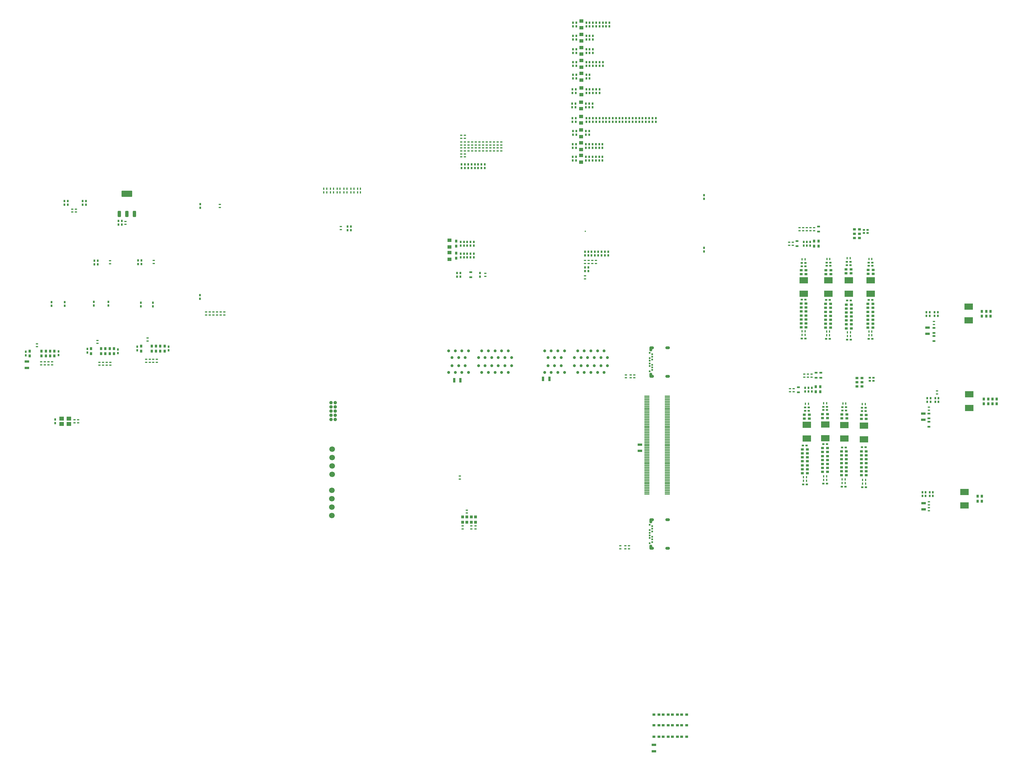
<source format=gbl>
%FSLAX46Y46*%
%MOMM*%
%AMPS50*
4,1,4,
0.450000,-0.649996,
-0.450000,-0.649996,
-0.450000,0.000004,
0.450000,0.000004,
0.450000,-0.649996,
0
*
1,1,0.900000,0.000000,0.000004*
1,1,0.900000,0.000000,-0.649996*
4,1,4,
0.500000,0.450004,
0.500000,-0.449996,
0.000000,-0.449996,
0.000000,0.450004,
0.500000,0.450004,
0
*
1,1,0.900000,0.000000,0.000004*
1,1,0.900000,0.500000,0.000004*
%
%ADD50PS50*%
%AMPS34*
4,1,4,
0.450000,-0.649996,
-0.450000,-0.649996,
-0.450000,0.000004,
0.450000,0.000004,
0.450000,-0.649996,
0
*
1,1,0.900000,0.000000,0.000004*
1,1,0.900000,0.000000,-0.649996*
4,1,4,
0.500000,0.450004,
0.500000,-0.449996,
0.000000,-0.449996,
0.000000,0.450004,
0.500000,0.450004,
0
*
1,1,0.900000,0.000000,0.000004*
1,1,0.900000,0.500000,0.000004*
%
%ADD34PS34*%
%AMPS63*
1,1,1.066800,0.000000,0.000000*
%
%ADD63PS63*%
%AMPS60*
1,1,1.066800,0.000000,0.000000*
%
%ADD60PS60*%
%AMPS53*
1,1,1.700000,0.000000,0.000000*
%
%ADD53PS53*%
%AMPS32*
1,1,0.600000,0.000000,0.000000*
%
%ADD32PS32*%
%AMPS29*
1,1,0.600000,0.000000,0.000000*
%
%ADD29PS29*%
%AMPS30*
1,1,0.600000,0.000000,0.000000*
%
%ADD30PS30*%
%AMPS54*
1,1,1.700000,0.000000,0.000000*
%
%ADD54PS54*%
%AMPS59*
1,1,1.066800,0.000000,0.000000*
%
%ADD59PS59*%
%AMPS45*
1,1,0.900000,0.000000,0.000000*
%
%ADD45PS45*%
%AMPS65*
1,1,0.900000,0.000000,0.000000*
%
%ADD65PS65*%
%AMPS46*
1,1,0.900000,0.000000,0.000000*
%
%ADD46PS46*%
%AMPS39*
1,1,0.900000,0.000000,0.000000*
%
%ADD39PS39*%
%AMPS33*
1,1,0.600000,0.000000,0.000000*
%
%ADD33PS33*%
%AMPS40*
1,1,0.900000,0.000000,0.000000*
%
%ADD40PS40*%
%AMPS47*
1,1,0.900000,0.000000,0.000000*
%
%ADD47PS47*%
%AMPS62*
1,1,1.066800,0.000000,0.000000*
%
%ADD62PS62*%
%AMPS56*
1,1,1.700000,0.000000,0.000000*
%
%ADD56PS56*%
%AMPS44*
1,1,0.900000,0.000000,0.000000*
%
%ADD44PS44*%
%AMPS64*
1,1,0.900000,0.000000,0.000000*
%
%ADD64PS64*%
%AMPS55*
1,1,1.700000,0.000000,0.000000*
%
%ADD55PS55*%
%AMPS28*
1,1,0.600000,0.000000,0.000000*
%
%ADD28PS28*%
%AMPS43*
1,1,0.900000,0.000000,0.000000*
%
%ADD43PS43*%
%AMPS42*
1,1,0.900000,0.000000,0.000000*
%
%ADD42PS42*%
%AMPS38*
1,1,0.900000,0.000000,0.000000*
%
%ADD38PS38*%
%AMPS41*
1,1,0.900000,0.000000,0.000000*
%
%ADD41PS41*%
%AMPS35*
1,1,0.600000,0.000000,0.000000*
%
%ADD35PS35*%
%AMPS61*
1,1,1.066800,0.000000,0.000000*
%
%ADD61PS61*%
%AMPS19*
21,1,0.600000,0.500000,0.000000,0.000000,360.000000*
%
%ADD19PS19*%
%AMPS12*
21,1,0.600000,0.500000,0.000000,0.000000,270.000000*
%
%ADD12PS12*%
%AMPS21*
21,1,0.600000,0.500000,0.000000,0.000000,90.000000*
%
%ADD21PS21*%
%AMPS52*
21,1,1.400000,1.200000,0.000000,0.000000,360.000000*
%
%ADD52PS52*%
%AMPS25*
21,1,0.800000,0.800000,0.000000,0.000000,270.000000*
%
%ADD25PS25*%
%AMPS20*
21,1,1.000000,1.250000,0.000000,0.000000,270.000000*
%
%ADD20PS20*%
%AMPS14*
21,1,0.800000,0.750000,0.000000,0.000000,360.000000*
%
%ADD14PS14*%
%AMPS16*
21,1,0.800000,0.750000,0.000000,0.000000,270.000000*
%
%ADD16PS16*%
%AMPS26*
21,1,0.800000,0.750000,0.000000,0.000000,90.000000*
%
%ADD26PS26*%
%AMPS13*
21,1,0.400000,0.600000,0.000000,0.000000,360.000000*
%
%ADD13PS13*%
%AMPS11*
21,1,0.400000,0.600000,0.000000,0.000000,270.000000*
%
%ADD11PS11*%
%AMPS15*
21,1,0.400000,0.600000,0.000000,0.000000,90.000000*
%
%ADD15PS15*%
%AMPS22*
21,1,1.900000,2.500000,0.000000,0.000000,270.000000*
%
%ADD22PS22*%
%AMPS10*
21,1,0.700000,1.300000,0.000000,0.000000,270.000000*
%
%ADD10PS10*%
%AMPS37*
21,1,0.700000,1.300000,0.000000,0.000000,180.000000*
%
%ADD37PS37*%
%AMPS24*
21,1,0.700000,1.300000,0.000000,0.000000,90.000000*
%
%ADD24PS24*%
%AMPS17*
21,1,0.304800,1.447800,0.000000,0.000000,270.000000*
%
%ADD17PS17*%
%AMPS23*
21,1,0.500000,0.900000,0.000000,0.000000,270.000000*
%
%ADD23PS23*%
%AMPS18*
21,1,0.500000,0.900000,0.000000,0.000000,90.000000*
%
%ADD18PS18*%
%AMPS66*
1,1,0.450000,0.000000,0.000000*
%
%ADD66PS66*%
%AMPS27*
21,1,0.500000,0.900000,0.000000,0.000000,180.000000*
1,1,0.900000,-0.250000,0.000000*
1,1,0.900000,0.250000,0.000000*
%
%ADD27PS27*%
%AMPS48*
21,1,0.500000,0.900000,0.000000,0.000000,180.000000*
1,1,0.900000,-0.250000,0.000000*
1,1,0.900000,0.250000,0.000000*
%
%ADD48PS48*%
%AMPS36*
21,1,0.500000,0.900000,0.000000,0.000000,180.000000*
1,1,0.900000,-0.250000,0.000000*
1,1,0.900000,0.250000,0.000000*
%
%ADD36PS36*%
%AMPS51*
21,1,0.500000,0.900000,0.000000,0.000000,180.000000*
1,1,0.900000,-0.250000,0.000000*
1,1,0.900000,0.250000,0.000000*
%
%ADD51PS51*%
%AMPS58*
1,1,0.500000,1.375000,0.700000*
1,1,0.500000,-1.375000,-0.700000*
1,1,0.500000,1.375000,-0.700000*
21,1,3.250000,1.400000,0.000000,0.000000,180.000000*
21,1,2.750000,1.900000,0.000000,0.000000,180.000000*
1,1,0.500000,-1.375000,0.700000*
%
%ADD58PS58*%
%AMPS57*
1,1,0.400000,-0.275000,-0.750000*
1,1,0.400000,0.275000,0.750000*
1,1,0.400000,-0.275000,0.750000*
21,1,0.950000,1.500000,0.000000,0.000000,360.000000*
21,1,0.550000,1.900000,0.000000,0.000000,360.000000*
1,1,0.400000,0.275000,-0.750000*
%
%ADD57PS57*%
%AMPS49*
4,1,4,
0.450000,0.000000,
-0.450000,0.000000,
-0.450000,0.650000,
0.450000,0.650000,
0.450000,0.000000,
0
*
1,1,0.900000,0.000000,0.650000*
1,1,0.900000,0.000000,0.000000*
4,1,4,
0.500000,0.450000,
0.500000,-0.450000,
0.000000,-0.450000,
0.000000,0.450000,
0.500000,0.450000,
0
*
1,1,0.900000,0.000000,0.000000*
1,1,0.900000,0.500000,0.000000*
%
%ADD49PS49*%
%AMPS31*
4,1,4,
0.450000,0.000000,
-0.450000,0.000000,
-0.450000,0.650000,
0.450000,0.650000,
0.450000,0.000000,
0
*
1,1,0.900000,0.000000,0.650000*
1,1,0.900000,0.000000,0.000000*
4,1,4,
0.500000,0.450000,
0.500000,-0.450000,
0.000000,-0.450000,
0.000000,0.450000,
0.500000,0.450000,
0
*
1,1,0.900000,0.000000,0.000000*
1,1,0.900000,0.500000,0.000000*
%
%ADD31PS31*%
G01*
G01*
%LPD*%
G75*
D10*
X-150000000Y24350000D03*
D10*
X-150000000Y26250000D03*
D11*
X86100000Y21550000D03*
D11*
X86100000Y22450000D03*
D11*
X-9900000Y89950000D03*
D11*
X-9900000Y90850000D03*
D12*
X16100000Y124750000D03*
D12*
X16100000Y123650000D03*
D13*
X-59350000Y77400000D03*
D13*
X-60250000Y77400000D03*
D14*
X102250000Y-2100000D03*
D14*
X103750000Y-2100000D03*
D12*
X22000000Y88150000D03*
D12*
X22000000Y87050000D03*
D12*
X85300000Y18350000D03*
D12*
X85300000Y17250000D03*
D12*
X20000000Y104250000D03*
D12*
X20000000Y103150000D03*
D15*
X-95800000Y41250000D03*
D15*
X-95800000Y40350000D03*
D12*
X19000000Y88150000D03*
D12*
X19000000Y87050000D03*
D13*
X97350000Y-9400000D03*
D13*
X96450000Y-9400000D03*
D16*
X88000000Y62650000D03*
D16*
X88000000Y61150000D03*
D12*
X15000000Y88150000D03*
D12*
X15000000Y87050000D03*
D16*
X-111000000Y30950000D03*
D16*
X-111000000Y29450000D03*
D12*
X86300000Y18350000D03*
D12*
X86300000Y17250000D03*
D11*
X85000000Y21550000D03*
D11*
X85000000Y22450000D03*
D17*
X37413900Y15260800D03*
D17*
X37413900Y-6255500D03*
D17*
X43586100Y-7756700D03*
D17*
X37413900Y-11259300D03*
D17*
X43586100Y7254800D03*
D17*
X43586100Y-1251700D03*
D17*
X43586100Y10757400D03*
D17*
X37413900Y-250900D03*
D17*
X43586100Y13259300D03*
D17*
X43586100Y-6755900D03*
D17*
X37413900Y12759000D03*
D17*
X43586100Y-9758200D03*
D17*
X37413900Y-4754300D03*
D17*
X37413900Y-6755900D03*
D17*
X37413900Y-3753600D03*
D17*
X43586100Y4252500D03*
D17*
X43586100Y-5755100D03*
D17*
X43586100Y13759700D03*
D17*
X37413900Y13259300D03*
D17*
X43586100Y-10758900D03*
D17*
X37413900Y11758200D03*
D17*
X43586100Y-5254700D03*
D17*
X43586100Y5253300D03*
D17*
X37413900Y-4253900D03*
D17*
X37413900Y-2752800D03*
D17*
X43586100Y-4253900D03*
D17*
X37413900Y-8257000D03*
D17*
X43586100Y4752900D03*
D17*
X37413900Y14260100D03*
D17*
X43586100Y-3253200D03*
D17*
X43586100Y12258600D03*
D17*
X37413900Y249400D03*
D17*
X37413900Y-751300D03*
D17*
X43586100Y7755200D03*
D17*
X43586100Y10257000D03*
D17*
X43586100Y-7256299D03*
D17*
X37413900Y8755900D03*
D17*
X37413900Y5253300D03*
D17*
X43586100Y9256299D03*
D17*
X43586100Y-2752800D03*
D17*
X37413900Y3752200D03*
D17*
X43586100Y-10258500D03*
D17*
X37413900Y-12760400D03*
D17*
X43586100Y-13260800D03*
D17*
X43586100Y5753700D03*
D17*
X37413900Y8255500D03*
D17*
X43586100Y-3753600D03*
D17*
X37413900Y749801D03*
D17*
X43586100Y-1752100D03*
D17*
X37413900Y-7756700D03*
D17*
X43586100Y-751300D03*
D17*
X37413900Y5753700D03*
D17*
X37413900Y1250199D03*
D17*
X37413900Y2751400D03*
D17*
X37413900Y-10758900D03*
D17*
X43586100Y2751400D03*
D17*
X43586100Y11758200D03*
D17*
X43586100Y-4754300D03*
D17*
X43586100Y-12760400D03*
D17*
X43586100Y-2252400D03*
D17*
X37413900Y9756700D03*
D17*
X37413900Y-7256299D03*
D17*
X43586100Y749801D03*
D17*
X37413900Y-2252400D03*
D17*
X37413900Y4752900D03*
D17*
X43586100Y15761200D03*
D17*
X37413900Y-5755100D03*
D17*
X37413900Y9256299D03*
D17*
X37413900Y6254000D03*
D17*
X37413900Y7755200D03*
D17*
X43586100Y9756700D03*
D17*
X43586100Y6754400D03*
D17*
X43586100Y1750600D03*
D17*
X43586100Y8755900D03*
D17*
X43586100Y3752200D03*
D17*
X37413900Y-9257800D03*
D17*
X37413900Y4252500D03*
D17*
X43586100Y1250199D03*
D17*
X37413900Y-12260000D03*
D17*
X37413900Y14760500D03*
D17*
X37413900Y-5254700D03*
D17*
X37413900Y15761200D03*
D17*
X43586100Y-11259300D03*
D17*
X43586100Y-8757400D03*
D17*
X37413900Y10257000D03*
D17*
X37413900Y13759700D03*
D17*
X37413900Y7254800D03*
D17*
X37413900Y12258600D03*
D17*
X37413900Y3251800D03*
D17*
X37413900Y-13260800D03*
D17*
X37413900Y-8757400D03*
D17*
X37413900Y6754400D03*
D17*
X37413900Y1750600D03*
D17*
X37413900Y-9758200D03*
D17*
X43586100Y-12260000D03*
D17*
X43586100Y249400D03*
D17*
X43586100Y3251800D03*
D17*
X37413900Y-1251700D03*
D17*
X43586100Y15260800D03*
D17*
X43586100Y-8257000D03*
D17*
X37413900Y10757400D03*
D17*
X43586100Y12759000D03*
D17*
X37413900Y-11759700D03*
D17*
X43586100Y-6255500D03*
D17*
X37413900Y2251000D03*
D17*
X43586100Y14260100D03*
D17*
X37413900Y11257800D03*
D17*
X43586100Y-13761200D03*
D17*
X43586100Y2251000D03*
D17*
X43586100Y11257800D03*
D17*
X43586100Y8255500D03*
D17*
X43586100Y-250900D03*
D17*
X37413900Y-1752100D03*
D17*
X37413900Y-3253200D03*
D17*
X43586100Y6254000D03*
D17*
X43586100Y14760500D03*
D17*
X43586100Y-11759700D03*
D17*
X37413900Y-10258500D03*
D17*
X37413900Y-13761200D03*
D17*
X43586100Y-9257800D03*
D11*
X19799996Y55949994D03*
D11*
X19799996Y56849994D03*
D12*
X16100000Y120650000D03*
D12*
X16100000Y119550000D03*
D12*
X24100000Y128750000D03*
D12*
X24100000Y127650000D03*
D12*
X24700000Y59450000D03*
D12*
X24700000Y58350000D03*
D11*
X80400000Y61450000D03*
D11*
X80400000Y62350000D03*
D12*
X16100000Y116750000D03*
D12*
X16100000Y115650000D03*
D12*
X19100000Y128750000D03*
D12*
X19100000Y127650000D03*
D12*
X20100000Y120650000D03*
D12*
X20100000Y119550000D03*
D11*
X-110700000Y26050000D03*
D11*
X-110700000Y26950000D03*
D18*
X82800000Y62650000D03*
D18*
X82800000Y61150000D03*
D16*
X140600000Y14950000D03*
D16*
X140600000Y13450000D03*
D11*
X31100000Y21350000D03*
D11*
X31100000Y22250000D03*
D11*
X30900000Y-30350000D03*
D11*
X30900000Y-29450000D03*
D13*
X91750000Y13700000D03*
D13*
X90850000Y13700000D03*
D12*
X18700000Y59450000D03*
D12*
X18700000Y58350000D03*
D12*
X24100000Y99850000D03*
D12*
X24100000Y98750000D03*
D11*
X-112900000Y26050000D03*
D11*
X-112900000Y26950000D03*
D14*
X91450000Y43700000D03*
D14*
X92950000Y43700000D03*
D19*
X91650000Y44900000D03*
D19*
X92750000Y44900000D03*
D12*
X14900000Y99850000D03*
D12*
X14900000Y98750000D03*
D11*
X-111700000Y55950000D03*
D11*
X-111700000Y56850000D03*
D12*
X29100000Y99850000D03*
D12*
X29100000Y98750000D03*
D13*
X103550000Y-9500000D03*
D13*
X102650000Y-9500000D03*
D20*
X-22300008Y57200056D03*
D20*
X-22300008Y59200056D03*
D11*
X-124900000Y55850000D03*
D11*
X-124900000Y56750000D03*
D16*
X-123700000Y30150000D03*
D16*
X-123700000Y28650000D03*
D14*
X84450000Y-300000D03*
D14*
X85950000Y-300000D03*
D12*
X15100000Y112950000D03*
D12*
X15100000Y111850000D03*
D12*
X15900000Y99850000D03*
D12*
X15900000Y98750000D03*
D11*
X84700000Y65850000D03*
D11*
X84700000Y66750000D03*
D21*
X-138700000Y73650000D03*
D21*
X-138700000Y74750000D03*
D16*
X140000000Y41450000D03*
D16*
X140000000Y39950000D03*
D11*
X29400000Y-30350000D03*
D11*
X29400000Y-29450000D03*
D19*
X96450000Y300000D03*
D19*
X97550000Y300000D03*
D12*
X37100000Y99850000D03*
D12*
X37100000Y98750000D03*
D13*
X-57350000Y78500000D03*
D13*
X-58250000Y78500000D03*
D12*
X-17900000Y58850000D03*
D12*
X-17900000Y57750000D03*
D19*
X104450000Y56200000D03*
D19*
X105550000Y56200000D03*
D22*
X98500000Y50850000D03*
D22*
X98500000Y46750000D03*
D11*
X-12100000Y91750000D03*
D11*
X-12100000Y92650000D03*
D14*
X96250000Y-2100000D03*
D14*
X97750000Y-2100000D03*
D10*
X121000000Y8650000D03*
D10*
X121000000Y10550000D03*
D12*
X24000000Y91950000D03*
D12*
X24000000Y90850000D03*
D21*
X15800000Y103150000D03*
D21*
X15800000Y104250000D03*
D23*
X83200000Y16950000D03*
D23*
X83200000Y18450000D03*
D14*
X84050000Y53900000D03*
D14*
X85550000Y53900000D03*
D16*
X138700000Y41450000D03*
D16*
X138700000Y39950000D03*
D21*
X-115600000Y42950000D03*
D21*
X-115600000Y44050000D03*
D11*
X-143500000Y25250000D03*
D11*
X-143500000Y26150000D03*
D19*
X97950000Y44700000D03*
D19*
X99050000Y44700000D03*
D12*
X-122500000Y29950000D03*
D12*
X-122500000Y28850000D03*
D20*
X17599992Y127200056D03*
D20*
X17599992Y129200056D03*
D14*
X84050000Y39000000D03*
D14*
X85550000Y39000000D03*
D12*
X25100000Y128750000D03*
D12*
X25100000Y127650000D03*
D14*
X84050000Y41400000D03*
D14*
X85550000Y41400000D03*
D12*
X21100000Y128750000D03*
D12*
X21100000Y127650000D03*
D11*
X-145700000Y25250000D03*
D11*
X-145700000Y26150000D03*
D12*
X20700000Y59450000D03*
D12*
X20700000Y58350000D03*
D13*
X85250000Y34300000D03*
D13*
X84350000Y34300000D03*
D12*
X-16900000Y62450000D03*
D12*
X-16900000Y61350000D03*
D14*
X45150000Y-83700000D03*
D14*
X46650000Y-83700000D03*
D12*
X18700000Y54750000D03*
D12*
X18700000Y53650000D03*
D19*
X84250000Y33200000D03*
D19*
X85350000Y33200000D03*
D14*
X96250000Y-6900000D03*
D14*
X97750000Y-6900000D03*
D11*
X-16500000Y89950000D03*
D11*
X-16500000Y90850000D03*
D13*
X98950000Y34000000D03*
D13*
X98050000Y34000000D03*
D13*
X-53250000Y78500000D03*
D13*
X-54150000Y78500000D03*
D16*
X138700000Y-14450000D03*
D16*
X138700000Y-15950000D03*
D12*
X-141500000Y8750000D03*
D12*
X-141500000Y7650000D03*
D12*
X-18900000Y62450000D03*
D12*
X-18900000Y61350000D03*
D14*
X90550000Y-2300000D03*
D14*
X92050000Y-2300000D03*
D14*
X84050000Y42600000D03*
D14*
X85550000Y42600000D03*
D12*
X19000000Y104250000D03*
D12*
X19000000Y103150000D03*
D12*
X14900000Y108550000D03*
D12*
X14900000Y107450000D03*
D24*
X122300000Y36550000D03*
D24*
X122300000Y34650000D03*
D11*
X-19100000Y-9250000D03*
D11*
X-19100000Y-8350000D03*
D16*
X-109700000Y30950000D03*
D16*
X-109700000Y29450000D03*
D19*
X96550000Y11500000D03*
D19*
X97650000Y11500000D03*
D12*
X-52100000Y67050000D03*
D12*
X-52100000Y65950000D03*
D14*
X96250000Y-4500000D03*
D14*
X97750000Y-4500000D03*
D12*
X20100000Y112950000D03*
D12*
X20100000Y111850000D03*
D14*
X84450000Y-5100000D03*
D14*
X85950000Y-5100000D03*
D12*
X-129800000Y44350000D03*
D12*
X-129800000Y43250000D03*
D14*
X97750000Y41100000D03*
D14*
X99250000Y41100000D03*
D11*
X-8800000Y89950000D03*
D11*
X-8800000Y90850000D03*
D12*
X-116700000Y30750000D03*
D12*
X-116700000Y29650000D03*
D12*
X-115400000Y56850000D03*
D12*
X-115400000Y55750000D03*
D11*
X-128700000Y31750000D03*
D11*
X-128700000Y32650000D03*
D14*
X97750000Y37500000D03*
D14*
X99250000Y37500000D03*
D14*
X84050000Y37800000D03*
D14*
X85550000Y37800000D03*
D19*
X102450000Y12300000D03*
D19*
X103550000Y12300000D03*
D11*
X-144600000Y25250000D03*
D11*
X-144600000Y26150000D03*
D12*
X23700000Y59450000D03*
D12*
X23700000Y58350000D03*
D11*
X-15400000Y91750000D03*
D11*
X-15400000Y92650000D03*
D22*
X105100000Y50850000D03*
D22*
X105100000Y46750000D03*
D12*
X16100000Y112950000D03*
D12*
X16100000Y111850000D03*
D14*
X102250000Y-5700000D03*
D14*
X103750000Y-5700000D03*
D12*
X-18900000Y58850000D03*
D12*
X-18900000Y57750000D03*
D16*
X89300000Y62650000D03*
D16*
X89300000Y61150000D03*
D11*
X-8800000Y91750000D03*
D11*
X-8800000Y92650000D03*
D11*
X-90300000Y40350000D03*
D11*
X-90300000Y41250000D03*
D11*
X-9900000Y91750000D03*
D11*
X-9900000Y92650000D03*
D14*
X39550000Y-80500000D03*
D14*
X41050000Y-80500000D03*
D11*
X-17600000Y91750000D03*
D11*
X-17600000Y92650000D03*
D19*
X104850000Y21400000D03*
D19*
X105950000Y21400000D03*
D12*
X36100000Y99850000D03*
D12*
X36100000Y98750000D03*
D14*
X102250000Y-900000D03*
D14*
X103750000Y-900000D03*
D13*
X103450000Y13400000D03*
D13*
X102550000Y13400000D03*
D12*
X20100000Y116750000D03*
D12*
X20100000Y115650000D03*
D21*
X121700000Y-14350000D03*
D21*
X121700000Y-13250000D03*
D14*
X97750000Y38700000D03*
D14*
X99250000Y38700000D03*
D11*
X-11000000Y91750000D03*
D11*
X-11000000Y92650000D03*
D14*
X100950000Y20000000D03*
D14*
X102450000Y20000000D03*
D14*
X102250000Y-6900000D03*
D14*
X103750000Y-6900000D03*
D14*
X97750000Y39900000D03*
D14*
X99250000Y39900000D03*
D20*
X17499992Y90400056D03*
D20*
X17499992Y92400056D03*
D23*
X122700000Y9050000D03*
D23*
X122700000Y10550000D03*
D11*
X18700000Y51250000D03*
D11*
X18700000Y52150000D03*
D20*
X17499992Y86600056D03*
D20*
X17499992Y88600056D03*
D12*
X19100000Y116750000D03*
D12*
X19100000Y115650000D03*
D11*
X86900000Y65850000D03*
D11*
X86900000Y66750000D03*
D13*
X105450000Y35300000D03*
D13*
X104550000Y35300000D03*
D11*
X-15400000Y89950000D03*
D11*
X-15400000Y90850000D03*
D10*
X39500000Y-91550000D03*
D10*
X39500000Y-89650000D03*
D16*
X-115500000Y30950000D03*
D16*
X-115500000Y29450000D03*
D25*
X-18300000Y-22300000D03*
D25*
X-18300000Y-20700000D03*
D14*
X104250000Y43700000D03*
D14*
X105750000Y43700000D03*
D12*
X-16600000Y85850000D03*
D12*
X-16600000Y84750000D03*
D23*
X124200000Y34950000D03*
D23*
X124200000Y36450000D03*
D19*
X91650000Y33100000D03*
D19*
X92750000Y33100000D03*
D26*
X-143000000Y27950000D03*
D26*
X-143000000Y29450000D03*
D12*
X-11600000Y85850000D03*
D12*
X-11600000Y84750000D03*
D19*
X96350000Y-11600000D03*
D19*
X97450000Y-11600000D03*
D12*
X15900000Y108550000D03*
D12*
X15900000Y107450000D03*
D14*
X104350000Y52800000D03*
D14*
X105850000Y52800000D03*
D16*
X141300000Y41450000D03*
D16*
X141300000Y39950000D03*
D14*
X104350000Y54000000D03*
D14*
X105850000Y54000000D03*
D14*
X42350000Y-87200000D03*
D14*
X43850000Y-87200000D03*
D12*
X-15900000Y58850000D03*
D12*
X-15900000Y57750000D03*
D13*
X-51150000Y78500000D03*
D13*
X-52050000Y78500000D03*
D14*
X91450000Y38900000D03*
D14*
X92950000Y38900000D03*
D11*
X-12100000Y89950000D03*
D11*
X-12100000Y90850000D03*
D12*
X15100000Y116750000D03*
D12*
X15100000Y115650000D03*
D14*
X102250000Y8900000D03*
D14*
X103750000Y8900000D03*
D19*
X90750000Y12600000D03*
D19*
X91850000Y12600000D03*
D13*
X-53250000Y77400000D03*
D13*
X-54150000Y77400000D03*
D22*
X134700000Y42850000D03*
D22*
X134700000Y38750000D03*
D12*
X16000000Y91950000D03*
D12*
X16000000Y90850000D03*
D14*
X84050000Y36600000D03*
D14*
X85550000Y36600000D03*
D16*
X-125000000Y30150000D03*
D16*
X-125000000Y28650000D03*
D12*
X20100000Y108550000D03*
D12*
X20100000Y107450000D03*
D12*
X22100000Y99850000D03*
D12*
X22100000Y98750000D03*
D11*
X-111800000Y26050000D03*
D11*
X-111800000Y26950000D03*
D27*
X43650000Y-21570000D03*
D28*
X38300000Y-26300000D03*
D29*
X39000000Y-26700000D03*
D30*
X39000000Y-28300000D03*
D31*
X38650000Y-30230000D03*
D32*
X39000000Y-25100000D03*
D33*
X38300000Y-25500000D03*
D34*
X38650000Y-21570000D03*
D33*
X38300000Y-27100000D03*
D29*
X39000000Y-23500000D03*
D29*
X38300000Y-24700000D03*
D29*
X39000000Y-27500000D03*
D35*
X39000000Y-24300000D03*
D32*
X38300000Y-23100000D03*
D30*
X38300000Y-28700000D03*
D36*
X43650000Y-30230000D03*
D12*
X19100000Y120650000D03*
D12*
X19100000Y119550000D03*
D11*
X33600000Y21350000D03*
D11*
X33600000Y22250000D03*
D19*
X103050000Y66100000D03*
D19*
X104150000Y66100000D03*
D12*
X-16900000Y58850000D03*
D12*
X-16900000Y57750000D03*
D12*
X-15600000Y85850000D03*
D12*
X-15600000Y84750000D03*
D13*
X105450000Y57300000D03*
D13*
X104550000Y57300000D03*
D11*
X-13200000Y91750000D03*
D11*
X-13200000Y92650000D03*
D18*
X122700000Y8050000D03*
D18*
X122700000Y6550000D03*
D20*
X17499992Y98400056D03*
D20*
X17499992Y100400056D03*
D11*
X-14300000Y89950000D03*
D11*
X-14300000Y90850000D03*
D21*
X122900000Y-14350000D03*
D21*
X122900000Y-13250000D03*
D11*
X-135600000Y7750000D03*
D11*
X-135600000Y8650000D03*
D11*
X-120200000Y67750000D03*
D11*
X-120200000Y68650000D03*
D21*
X-133200000Y73650000D03*
D21*
X-133200000Y74750000D03*
D14*
X97750000Y42300000D03*
D14*
X99250000Y42300000D03*
D11*
X-18700000Y91750000D03*
D11*
X-18700000Y92650000D03*
D19*
X90750000Y1300000D03*
D19*
X91850000Y1300000D03*
D13*
X92650000Y34200000D03*
D13*
X91750000Y34200000D03*
D14*
X84450000Y-7500000D03*
D14*
X85950000Y-7500000D03*
D13*
X-59350000Y78500000D03*
D13*
X-60250000Y78500000D03*
D26*
X-141700000Y27950000D03*
D26*
X-141700000Y29450000D03*
D21*
X124400000Y40050000D03*
D21*
X124400000Y41150000D03*
D14*
X96250000Y-5700000D03*
D14*
X97750000Y-5700000D03*
D12*
X21000000Y91950000D03*
D12*
X21000000Y90850000D03*
D14*
X104250000Y42500000D03*
D14*
X105750000Y42500000D03*
D19*
X91750000Y56200000D03*
D19*
X92850000Y56200000D03*
D12*
X19100000Y124750000D03*
D12*
X19100000Y123650000D03*
D19*
X84250000Y45000000D03*
D19*
X85350000Y45000000D03*
D19*
X90750000Y-10600000D03*
D19*
X91850000Y-10600000D03*
D20*
X17599992Y115300056D03*
D20*
X17599992Y117300056D03*
D21*
X125400000Y40050000D03*
D21*
X125400000Y41150000D03*
D22*
X85770000Y7130000D03*
D22*
X85770000Y3030000D03*
D12*
X21100000Y116750000D03*
D12*
X21100000Y115650000D03*
D14*
X104250000Y41300000D03*
D14*
X105750000Y41300000D03*
D14*
X47950000Y-87200000D03*
D14*
X49450000Y-87200000D03*
D11*
X80700000Y17150000D03*
D11*
X80700000Y18050000D03*
D14*
X104250000Y36500000D03*
D14*
X105750000Y36500000D03*
D15*
X-135200000Y72350000D03*
D15*
X-135200000Y71450000D03*
D19*
X104850000Y20400000D03*
D19*
X105950000Y20400000D03*
D12*
X19100000Y99850000D03*
D12*
X19100000Y98750000D03*
D14*
X97660000Y52930000D03*
D14*
X99160000Y52930000D03*
D11*
X-16500000Y91750000D03*
D11*
X-16500000Y92650000D03*
D19*
X104450000Y33100000D03*
D19*
X105550000Y33100000D03*
D15*
X-94700000Y41250000D03*
D15*
X-94700000Y40350000D03*
D11*
X-124800000Y25150000D03*
D11*
X-124800000Y26050000D03*
D12*
X-18600000Y85850000D03*
D12*
X-18600000Y84750000D03*
D12*
X19000000Y91950000D03*
D12*
X19000000Y90850000D03*
D19*
X104450000Y55200000D03*
D19*
X105550000Y55200000D03*
D18*
X124200000Y33950000D03*
D18*
X124200000Y32450000D03*
D13*
X105450000Y34200000D03*
D13*
X104550000Y34200000D03*
D16*
X-127600000Y30150000D03*
D16*
X-127600000Y28650000D03*
D14*
X42350000Y-80500000D03*
D14*
X43850000Y-80500000D03*
D13*
X91750000Y-8400000D03*
D13*
X90850000Y-8400000D03*
D21*
X54700000Y75450000D03*
D21*
X54700000Y76550000D03*
D12*
X25100000Y99850000D03*
D12*
X25100000Y98750000D03*
D12*
X31100000Y99850000D03*
D12*
X31100000Y98750000D03*
D20*
X-22300008Y60900056D03*
D20*
X-22300008Y62900056D03*
D20*
X17499992Y94300056D03*
D20*
X17499992Y96300056D03*
D13*
X85650000Y-8700000D03*
D13*
X84750000Y-8700000D03*
D14*
X90550000Y9200000D03*
D14*
X92050000Y9200000D03*
D20*
X17599992Y123200056D03*
D20*
X17599992Y125200056D03*
D13*
X91750000Y-9500000D03*
D13*
X90850000Y-9500000D03*
D21*
X123200000Y14050000D03*
D21*
X123200000Y15150000D03*
D12*
X-122300000Y68750000D03*
D12*
X-122300000Y67650000D03*
D12*
X21100000Y99850000D03*
D12*
X21100000Y98750000D03*
D12*
X39100000Y99850000D03*
D12*
X39100000Y98750000D03*
D11*
X-128100000Y25150000D03*
D11*
X-128100000Y26050000D03*
D11*
X-18700000Y89950000D03*
D11*
X-18700000Y90850000D03*
D15*
X81500000Y62350000D03*
D15*
X81500000Y61450000D03*
D12*
X19100000Y108550000D03*
D12*
X19100000Y107450000D03*
D12*
X22100000Y128750000D03*
D12*
X22100000Y127650000D03*
D19*
X104450000Y44900000D03*
D19*
X105550000Y44900000D03*
D13*
X-57350000Y77400000D03*
D13*
X-58250000Y77400000D03*
D11*
X-92500000Y40350000D03*
D11*
X-92500000Y41250000D03*
D12*
X27100000Y99850000D03*
D12*
X27100000Y98750000D03*
D12*
X-12600000Y85850000D03*
D12*
X-12600000Y84750000D03*
D20*
X17599992Y119200056D03*
D20*
X17599992Y121200056D03*
D12*
X21100000Y120650000D03*
D12*
X21100000Y119550000D03*
D37*
X-20850000Y20600000D03*
D37*
X-18950000Y20600000D03*
D14*
X102250000Y-8100000D03*
D14*
X103750000Y-8100000D03*
D13*
X85250000Y35400000D03*
D13*
X84350000Y35400000D03*
D16*
X137400000Y-14450000D03*
D16*
X137400000Y-15950000D03*
D13*
X85250000Y57200000D03*
D13*
X84350000Y57200000D03*
D14*
X91450000Y36500000D03*
D14*
X92950000Y36500000D03*
D23*
X88600000Y21350000D03*
D23*
X88600000Y22850000D03*
D20*
X17599992Y111400056D03*
D20*
X17599992Y113400056D03*
D23*
X89300000Y65550000D03*
D23*
X89300000Y67050000D03*
D13*
X97550000Y13600000D03*
D13*
X96650000Y13600000D03*
D11*
X-13200000Y89950000D03*
D11*
X-13200000Y90850000D03*
D15*
X125100000Y17350000D03*
D15*
X125100000Y16450000D03*
D14*
X100150000Y64900000D03*
D14*
X101650000Y64900000D03*
D13*
X-55350000Y77400000D03*
D13*
X-56250000Y77400000D03*
D12*
X21100000Y108550000D03*
D12*
X21100000Y107450000D03*
D14*
X42350000Y-83700000D03*
D14*
X43850000Y-83700000D03*
D12*
X-19000000Y53050000D03*
D12*
X-19000000Y51950000D03*
D22*
X84800000Y50850000D03*
D22*
X84800000Y46750000D03*
D14*
X100950000Y18700000D03*
D14*
X102450000Y18700000D03*
D11*
X-91400000Y40350000D03*
D11*
X-91400000Y41250000D03*
D11*
X124200000Y37450000D03*
D11*
X124200000Y38350000D03*
D16*
X88500000Y18650000D03*
D16*
X88500000Y17150000D03*
D13*
X-49150000Y78500000D03*
D13*
X-50050000Y78500000D03*
D16*
X139300000Y14950000D03*
D16*
X139300000Y13450000D03*
D21*
X-132200000Y73650000D03*
D21*
X-132200000Y74750000D03*
D12*
X-129600000Y56750000D03*
D12*
X-129600000Y55650000D03*
D12*
X-14600000Y85850000D03*
D12*
X-14600000Y84750000D03*
D12*
X20100000Y99850000D03*
D12*
X20100000Y98750000D03*
D12*
X85800000Y62450000D03*
D12*
X85800000Y61350000D03*
D11*
X-125900000Y25150000D03*
D11*
X-125900000Y26050000D03*
D14*
X45150000Y-80500000D03*
D14*
X46650000Y-80500000D03*
D11*
X-113500000Y32450000D03*
D11*
X-113500000Y33350000D03*
D11*
X122700000Y11550000D03*
D11*
X122700000Y12450000D03*
D12*
X20000000Y95950000D03*
D12*
X20000000Y94850000D03*
D12*
X20100000Y124750000D03*
D12*
X20100000Y123650000D03*
D15*
X-14400000Y-23450000D03*
D15*
X-14400000Y-24350000D03*
D12*
X22700000Y59450000D03*
D12*
X22700000Y58350000D03*
D11*
X88000000Y65850000D03*
D11*
X88000000Y66750000D03*
D11*
X-11000000Y89950000D03*
D11*
X-11000000Y90850000D03*
D16*
X-126300000Y30150000D03*
D16*
X-126300000Y28650000D03*
D12*
X16100000Y128750000D03*
D12*
X16100000Y127650000D03*
D12*
X19700000Y59450000D03*
D12*
X19700000Y58350000D03*
D24*
X35300000Y1150000D03*
D24*
X35300000Y-750000D03*
D12*
X15100000Y124750000D03*
D12*
X15100000Y123650000D03*
D14*
X102250000Y-3300000D03*
D14*
X103750000Y-3300000D03*
D14*
X45150000Y-87200000D03*
D14*
X46650000Y-87200000D03*
D38*
X-9500000Y27500000D03*
D39*
X-5500000Y25000000D03*
D40*
X-16500000Y29500000D03*
D41*
X-10500000Y23000000D03*
D42*
X-22500000Y23000000D03*
D42*
X-18500000Y23000000D03*
D39*
X-19500000Y25000000D03*
D42*
X-17500000Y25000000D03*
D42*
X-6500000Y23000000D03*
D39*
X-7500000Y25000000D03*
D43*
X-20500000Y29500000D03*
D43*
X-3500000Y27500000D03*
D44*
X-7500000Y27500000D03*
D39*
X-13500000Y25000000D03*
D41*
X-3500000Y25000000D03*
D44*
X-4500000Y29500000D03*
D45*
X-18500000Y29500000D03*
D41*
X-16500000Y23000000D03*
D46*
X-6500000Y29500000D03*
D44*
X-10500000Y29500000D03*
D40*
X-22500000Y29500000D03*
D46*
X-13500000Y27500000D03*
D39*
X-20500000Y23000000D03*
D44*
X-12500000Y29500000D03*
D38*
X-11500000Y27500000D03*
D40*
X-17500000Y27500000D03*
D43*
X-19500000Y27500000D03*
D47*
X-21500000Y25000000D03*
D46*
X-21500000Y27500000D03*
D38*
X-5500000Y27500000D03*
D39*
X-12500000Y23000000D03*
D42*
X-4500000Y23000000D03*
D38*
X-8500000Y29500000D03*
D42*
X-8500000Y23000000D03*
D41*
X-11500000Y25000000D03*
D41*
X-9500000Y25000000D03*
D12*
X84800000Y62450000D03*
D12*
X84800000Y61350000D03*
D22*
X97090000Y7070000D03*
D22*
X97090000Y2970000D03*
D14*
X100150000Y66200000D03*
D14*
X101650000Y66200000D03*
D19*
X84250000Y55100000D03*
D19*
X85350000Y55100000D03*
D12*
X-13000000Y53050000D03*
D12*
X-13000000Y51950000D03*
D15*
X-18300000Y-23450000D03*
D15*
X-18300000Y-24350000D03*
D14*
X91450000Y37700000D03*
D14*
X92950000Y37700000D03*
D12*
X26100000Y99850000D03*
D12*
X26100000Y98750000D03*
D14*
X85050000Y10200000D03*
D14*
X86550000Y10200000D03*
D14*
X96350000Y9100000D03*
D14*
X97850000Y9100000D03*
D48*
X43650000Y30430000D03*
D35*
X38300000Y25700000D03*
D32*
X39000000Y25300000D03*
D29*
X39000000Y23700000D03*
D49*
X38650000Y21770000D03*
D29*
X39000000Y26900000D03*
D32*
X38300000Y26500000D03*
D50*
X38650000Y30430000D03*
D32*
X38300000Y24900000D03*
D32*
X39000000Y28500000D03*
D35*
X38300000Y27300000D03*
D28*
X39000000Y24500000D03*
D29*
X39000000Y27700000D03*
D33*
X38300000Y28900000D03*
D30*
X38300000Y23300000D03*
D51*
X43650000Y21770000D03*
D14*
X85050000Y9000000D03*
D14*
X86550000Y9000000D03*
D52*
X-139500000Y9000000D03*
D52*
X-137300000Y9000000D03*
D52*
X-137300000Y7400000D03*
D52*
X-139500000Y7400000D03*
D16*
X-130600000Y30150000D03*
D16*
X-130600000Y28650000D03*
D22*
X133400000Y-13150000D03*
D22*
X133400000Y-17250000D03*
D12*
X23000000Y91950000D03*
D12*
X23000000Y90850000D03*
D19*
X97950000Y32900000D03*
D19*
X99050000Y32900000D03*
D14*
X100150000Y63600000D03*
D14*
X101650000Y63600000D03*
D14*
X84050000Y40200000D03*
D14*
X85550000Y40200000D03*
D14*
X104250000Y38900000D03*
D14*
X105750000Y38900000D03*
D19*
X85250000Y11400000D03*
D19*
X86350000Y11400000D03*
D22*
X103060000Y6880000D03*
D22*
X103060000Y2780000D03*
D12*
X16000000Y88150000D03*
D12*
X16000000Y87050000D03*
D14*
X102250000Y-4500000D03*
D14*
X103750000Y-4500000D03*
D12*
X-97700000Y46350000D03*
D12*
X-97700000Y45250000D03*
D11*
X81800000Y17150000D03*
D11*
X81800000Y18050000D03*
D12*
X23100000Y99850000D03*
D12*
X23100000Y98750000D03*
D12*
X-128600000Y56750000D03*
D12*
X-128600000Y55650000D03*
D12*
X23100000Y108550000D03*
D12*
X23100000Y107450000D03*
D12*
X19100000Y112950000D03*
D12*
X19100000Y111850000D03*
D11*
X-17600000Y93750000D03*
D11*
X-17600000Y94650000D03*
D14*
X39550000Y-83700000D03*
D14*
X41050000Y-83700000D03*
D19*
X84550000Y900000D03*
D19*
X85650000Y900000D03*
D14*
X96250000Y-8100000D03*
D14*
X97750000Y-8100000D03*
D19*
X102550000Y-11700000D03*
D19*
X103650000Y-11700000D03*
D21*
X-137700000Y73650000D03*
D21*
X-137700000Y74750000D03*
D21*
X125600000Y14050000D03*
D21*
X125600000Y15150000D03*
D15*
X-15700000Y-23450000D03*
D15*
X-15700000Y-24350000D03*
D12*
X23100000Y128750000D03*
D12*
X23100000Y127650000D03*
D13*
X97350000Y-10500000D03*
D13*
X96450000Y-10500000D03*
D14*
X97660000Y54130000D03*
D14*
X99160000Y54130000D03*
D14*
X84050000Y52700000D03*
D14*
X85550000Y52700000D03*
D12*
X-131700000Y30050000D03*
D12*
X-131700000Y28950000D03*
D14*
X90550000Y-4700000D03*
D14*
X92050000Y-4700000D03*
D53*
X-57750000Y-7810000D03*
D54*
X-57750000Y-190000D03*
D55*
X-57750000Y-2730000D03*
D56*
X-57750000Y-5270000D03*
D14*
X39550000Y-87200000D03*
D14*
X41050000Y-87200000D03*
D12*
X15000000Y91950000D03*
D12*
X15000000Y90850000D03*
D54*
X-57840000Y-20260000D03*
D53*
X-57840000Y-12640000D03*
D53*
X-57840000Y-15180000D03*
D56*
X-57840000Y-17720000D03*
D19*
X84250000Y56100000D03*
D19*
X85350000Y56100000D03*
D16*
X141900000Y14950000D03*
D16*
X141900000Y13450000D03*
D14*
X102250000Y10100000D03*
D14*
X103750000Y10100000D03*
D14*
X91450000Y41300000D03*
D14*
X92950000Y41300000D03*
D12*
X-111900000Y44050000D03*
D12*
X-111900000Y42950000D03*
D14*
X91450000Y40100000D03*
D14*
X92950000Y40100000D03*
D10*
X121100000Y-18450000D03*
D10*
X121100000Y-16550000D03*
D25*
X-17000000Y-22300000D03*
D25*
X-17000000Y-20700000D03*
D19*
X97860000Y55430000D03*
D19*
X98960000Y55430000D03*
D14*
X97750000Y36300000D03*
D14*
X99250000Y36300000D03*
D11*
X-6600000Y91750000D03*
D11*
X-6600000Y92650000D03*
D20*
X17609992Y106980056D03*
D20*
X17609992Y108980056D03*
D12*
X-121300000Y68750000D03*
D12*
X-121300000Y67650000D03*
D15*
X21999996Y56849994D03*
D15*
X21999996Y55949994D03*
D12*
X-125400000Y44350000D03*
D12*
X-125400000Y43250000D03*
D12*
X21000000Y104250000D03*
D12*
X21000000Y103150000D03*
D11*
X-11400000Y52050000D03*
D11*
X-11400000Y52950000D03*
D13*
X98860000Y57530000D03*
D13*
X97960000Y57530000D03*
D14*
X97750000Y43500000D03*
D14*
X99250000Y43500000D03*
D14*
X90550000Y100000D03*
D14*
X92050000Y100000D03*
D11*
X122700000Y-17050000D03*
D11*
X122700000Y-16150000D03*
D14*
X104250000Y37700000D03*
D14*
X105750000Y37700000D03*
D16*
X89800000Y18650000D03*
D16*
X89800000Y17150000D03*
D19*
X103050000Y65100000D03*
D19*
X104150000Y65100000D03*
D26*
X-145600000Y27950000D03*
D26*
X-145600000Y29450000D03*
D13*
X85650000Y-9800000D03*
D13*
X84750000Y-9800000D03*
D11*
X-14300000Y91750000D03*
D11*
X-14300000Y92650000D03*
D12*
X-20000000Y53050000D03*
D12*
X-20000000Y51950000D03*
D14*
X96250000Y-900000D03*
D14*
X97750000Y-900000D03*
D12*
X-15900000Y62450000D03*
D12*
X-15900000Y61350000D03*
D12*
X-97600000Y73850000D03*
D12*
X-97600000Y72750000D03*
D15*
X-17000000Y-18650000D03*
D15*
X-17000000Y-19550000D03*
D14*
X84450000Y-1500000D03*
D14*
X85950000Y-1500000D03*
D21*
X-140500000Y28250000D03*
D21*
X-140500000Y29350000D03*
D13*
X-49150000Y77400000D03*
D13*
X-50050000Y77400000D03*
D12*
X15100000Y120650000D03*
D12*
X15100000Y119550000D03*
D15*
X-136300000Y72350000D03*
D15*
X-136300000Y71450000D03*
D14*
X104250000Y40100000D03*
D14*
X105750000Y40100000D03*
D11*
X-18700000Y93750000D03*
D11*
X-18700000Y94650000D03*
D12*
X15100000Y128750000D03*
D12*
X15100000Y127650000D03*
D11*
X-17600000Y88150000D03*
D11*
X-17600000Y89050000D03*
D11*
X122700000Y-18850000D03*
D11*
X122700000Y-17950000D03*
D12*
X26100000Y128750000D03*
D12*
X26100000Y127650000D03*
D19*
X85250000Y12400000D03*
D19*
X86350000Y12400000D03*
D12*
X20000000Y91950000D03*
D12*
X20000000Y90850000D03*
D12*
X-107200000Y30750000D03*
D12*
X-107200000Y29650000D03*
D12*
X54700000Y60650000D03*
D12*
X54700000Y59550000D03*
D14*
X91450000Y42500000D03*
D14*
X92950000Y42500000D03*
D12*
X-142600000Y44250000D03*
D12*
X-142600000Y43150000D03*
D21*
X124600000Y14050000D03*
D21*
X124600000Y15150000D03*
D12*
X-14900000Y62450000D03*
D12*
X-14900000Y61350000D03*
D12*
X40100000Y99850000D03*
D12*
X40100000Y98750000D03*
D12*
X-17600000Y85850000D03*
D12*
X-17600000Y84750000D03*
D14*
X90550000Y-5900000D03*
D14*
X92050000Y-5900000D03*
D12*
X-14900000Y58850000D03*
D12*
X-14900000Y57750000D03*
D12*
X25700000Y59450000D03*
D12*
X25700000Y58350000D03*
D12*
X21700000Y59450000D03*
D12*
X21700000Y58350000D03*
D21*
X122900000Y40050000D03*
D21*
X122900000Y41150000D03*
D14*
X84050000Y43800000D03*
D14*
X85550000Y43800000D03*
D13*
X-51150000Y77400000D03*
D13*
X-52050000Y77400000D03*
D16*
X-20200000Y59050000D03*
D16*
X-20200000Y57550000D03*
D37*
X6050000Y21000000D03*
D37*
X7950000Y21000000D03*
D12*
X-13600000Y85850000D03*
D12*
X-13600000Y84750000D03*
D16*
X-149200000Y29450000D03*
D16*
X-149200000Y27950000D03*
D19*
X102450000Y400000D03*
D19*
X103550000Y400000D03*
D11*
X-7700000Y91750000D03*
D11*
X-7700000Y92650000D03*
D14*
X96350000Y10300000D03*
D14*
X97850000Y10300000D03*
D21*
X123900000Y-14350000D03*
D21*
X123900000Y-13250000D03*
D14*
X84450000Y-2700000D03*
D14*
X85950000Y-2700000D03*
D22*
X134900000Y16350000D03*
D22*
X134900000Y12250000D03*
D11*
X-7700000Y89950000D03*
D11*
X-7700000Y90850000D03*
D12*
X-17900000Y62450000D03*
D12*
X-17900000Y61350000D03*
D12*
X28100000Y99850000D03*
D12*
X28100000Y98750000D03*
D20*
X17499992Y102700056D03*
D20*
X17499992Y104700056D03*
D14*
X84450000Y-3900000D03*
D14*
X85950000Y-3900000D03*
D14*
X100950000Y21300000D03*
D14*
X102450000Y21300000D03*
D12*
X22100000Y116750000D03*
D12*
X22100000Y115650000D03*
D16*
X-108400000Y30950000D03*
D16*
X-108400000Y29450000D03*
D14*
X47950000Y-83700000D03*
D14*
X49450000Y-83700000D03*
D21*
X14800000Y103150000D03*
D21*
X14800000Y104250000D03*
D11*
X-114000000Y26050000D03*
D11*
X-114000000Y26950000D03*
D16*
X143200000Y14950000D03*
D16*
X143200000Y13450000D03*
D11*
X-6600000Y89950000D03*
D11*
X-6600000Y90850000D03*
D57*
X-122120000Y70880000D03*
D58*
X-119820000Y76980000D03*
D57*
X-119820000Y70880000D03*
D57*
X-117520000Y70880000D03*
D23*
X-15800000Y51750000D03*
D23*
X-15800000Y53250000D03*
D15*
X18699996Y56849994D03*
D15*
X18699996Y55949994D03*
D12*
X23000000Y88150000D03*
D12*
X23000000Y87050000D03*
D19*
X90750000Y11600000D03*
D19*
X91850000Y11600000D03*
D14*
X90550000Y-7100000D03*
D14*
X92050000Y-7100000D03*
D14*
X91550000Y52700000D03*
D14*
X93050000Y52700000D03*
D11*
X85800000Y65850000D03*
D11*
X85800000Y66750000D03*
D19*
X91750000Y55200000D03*
D19*
X92850000Y55200000D03*
D12*
X30100000Y99850000D03*
D12*
X30100000Y98750000D03*
D11*
X-91700000Y72850000D03*
D11*
X-91700000Y73750000D03*
D12*
X35100000Y99850000D03*
D12*
X35100000Y98750000D03*
D12*
X19700000Y54750000D03*
D12*
X19700000Y53650000D03*
D11*
X-93600000Y40350000D03*
D11*
X-93600000Y41250000D03*
D14*
X91550000Y53900000D03*
D14*
X93050000Y53900000D03*
D12*
X21100000Y124750000D03*
D12*
X21100000Y123650000D03*
D11*
X83600000Y65850000D03*
D11*
X83600000Y66750000D03*
D26*
X-144300000Y27950000D03*
D26*
X-144300000Y29450000D03*
D11*
X32000000Y-30350000D03*
D11*
X32000000Y-29450000D03*
D13*
X86250000Y13500000D03*
D13*
X85350000Y13500000D03*
D11*
X-134500000Y7750000D03*
D11*
X-134500000Y8650000D03*
D11*
X-17600000Y89950000D03*
D11*
X-17600000Y90850000D03*
D14*
X96250000Y-3300000D03*
D14*
X97750000Y-3300000D03*
D19*
X96550000Y12500000D03*
D19*
X97650000Y12500000D03*
D12*
X-150400000Y29250000D03*
D12*
X-150400000Y28150000D03*
D12*
X20000000Y88150000D03*
D12*
X20000000Y87050000D03*
D25*
X-14400000Y-22300000D03*
D25*
X-14400000Y-20700000D03*
D11*
X32500000Y21350000D03*
D11*
X32500000Y22250000D03*
D12*
X22100000Y108550000D03*
D12*
X22100000Y107450000D03*
D22*
X92300000Y50850000D03*
D22*
X92300000Y46750000D03*
D59*
X-56835000Y13860000D03*
D60*
X-56835000Y12590000D03*
D61*
X-56835000Y8780000D03*
D59*
X-58105000Y13860000D03*
D62*
X-58105000Y11320000D03*
D61*
X-58105000Y10050000D03*
D59*
X-56835000Y10050000D03*
D61*
X-56835000Y11320000D03*
D62*
X-58105000Y8780000D03*
D63*
X-58105000Y12590000D03*
D12*
X34100000Y99850000D03*
D12*
X34100000Y98750000D03*
D12*
X19000000Y95950000D03*
D12*
X19000000Y94850000D03*
D11*
X87200000Y21550000D03*
D11*
X87200000Y22450000D03*
D22*
X91320000Y7200000D03*
D22*
X91320000Y3100000D03*
D21*
X121900000Y40050000D03*
D21*
X121900000Y41150000D03*
D12*
X24000000Y88150000D03*
D12*
X24000000Y87050000D03*
D12*
X15100000Y95950000D03*
D12*
X15100000Y94850000D03*
D12*
X-53100000Y67050000D03*
D12*
X-53100000Y65950000D03*
D21*
X120700000Y-14350000D03*
D21*
X120700000Y-13250000D03*
D44*
X19500000Y27500000D03*
D39*
X23500000Y25000000D03*
D46*
X12500000Y29500000D03*
D42*
X18500000Y23000000D03*
D64*
X6500000Y23000000D03*
D47*
X10500000Y23000000D03*
D39*
X9500000Y25000000D03*
D64*
X11500000Y25000000D03*
D41*
X22500000Y23000000D03*
D65*
X21500000Y25000000D03*
D38*
X8500000Y29500000D03*
D44*
X25500000Y27500000D03*
D46*
X21500000Y27500000D03*
D65*
X15500000Y25000000D03*
D41*
X25500000Y25000000D03*
D45*
X24500000Y29500000D03*
D40*
X10500000Y29500000D03*
D39*
X12500000Y23000000D03*
D43*
X22500000Y29500000D03*
D40*
X18500000Y29500000D03*
D46*
X6500000Y29500000D03*
D46*
X15500000Y27500000D03*
D39*
X8500000Y23000000D03*
D40*
X16500000Y29500000D03*
D46*
X17500000Y27500000D03*
D38*
X11500000Y27500000D03*
D43*
X9500000Y27500000D03*
D65*
X7500000Y25000000D03*
D40*
X7500000Y27500000D03*
D44*
X23500000Y27500000D03*
D47*
X16500000Y23000000D03*
D41*
X24500000Y23000000D03*
D46*
X20500000Y29500000D03*
D41*
X20500000Y23000000D03*
D39*
X17500000Y25000000D03*
D41*
X19500000Y25000000D03*
D14*
X90550000Y-3500000D03*
D14*
X92050000Y-3500000D03*
D11*
X-127000000Y25150000D03*
D11*
X-127000000Y26050000D03*
D12*
X38100000Y99850000D03*
D12*
X38100000Y98750000D03*
D11*
X-142400000Y25250000D03*
D11*
X-142400000Y26150000D03*
D13*
X103550000Y-10600000D03*
D13*
X102650000Y-10600000D03*
D14*
X90550000Y-1100000D03*
D14*
X92050000Y-1100000D03*
D13*
X-55350000Y78500000D03*
D13*
X-56250000Y78500000D03*
D12*
X23100000Y116750000D03*
D12*
X23100000Y115650000D03*
D19*
X102450000Y11300000D03*
D19*
X103550000Y11300000D03*
D16*
X-112300000Y30950000D03*
D16*
X-112300000Y29450000D03*
D14*
X47950000Y-80500000D03*
D14*
X49450000Y-80500000D03*
D14*
X84450000Y-6300000D03*
D14*
X85950000Y-6300000D03*
D11*
X-147000000Y30750000D03*
D11*
X-147000000Y31650000D03*
D14*
X90550000Y10400000D03*
D14*
X92050000Y10400000D03*
D12*
X24100000Y116750000D03*
D12*
X24100000Y115650000D03*
D21*
X122200000Y14050000D03*
D21*
X122200000Y15150000D03*
D25*
X-15700000Y-22300000D03*
D25*
X-15700000Y-20700000D03*
D13*
X98950000Y35100000D03*
D13*
X98050000Y35100000D03*
D12*
X21000000Y88150000D03*
D12*
X21000000Y87050000D03*
D19*
X97860000Y56430000D03*
D19*
X98960000Y56430000D03*
D12*
X20100000Y128750000D03*
D12*
X20100000Y127650000D03*
D11*
X-55100000Y66150000D03*
D11*
X-55100000Y67050000D03*
D12*
X32100000Y99850000D03*
D12*
X32100000Y98750000D03*
D12*
X33100000Y99850000D03*
D12*
X33100000Y98750000D03*
D13*
X92650000Y35300000D03*
D13*
X91750000Y35300000D03*
D16*
X-20200000Y62650000D03*
D16*
X-20200000Y61150000D03*
D13*
X92750000Y57300000D03*
D13*
X91850000Y57300000D03*
D12*
X-138600000Y44250000D03*
D12*
X-138600000Y43150000D03*
D12*
X86800000Y62450000D03*
D12*
X86800000Y61350000D03*
D23*
X90000000Y21350000D03*
D23*
X90000000Y22850000D03*
D12*
X87300000Y18350000D03*
D12*
X87300000Y17250000D03*
D12*
X16100000Y95950000D03*
D12*
X16100000Y94850000D03*
D12*
X22000000Y91950000D03*
D12*
X22000000Y90850000D03*
D19*
X84650000Y-10900000D03*
D19*
X85750000Y-10900000D03*
D11*
X-18700000Y88150000D03*
D11*
X-18700000Y89050000D03*
D12*
X-116400000Y56850000D03*
D12*
X-116400000Y55750000D03*
D15*
X20899996Y56849994D03*
D15*
X20899996Y55949994D03*
D66*
X18830000Y65660000D03*
M02*

</source>
